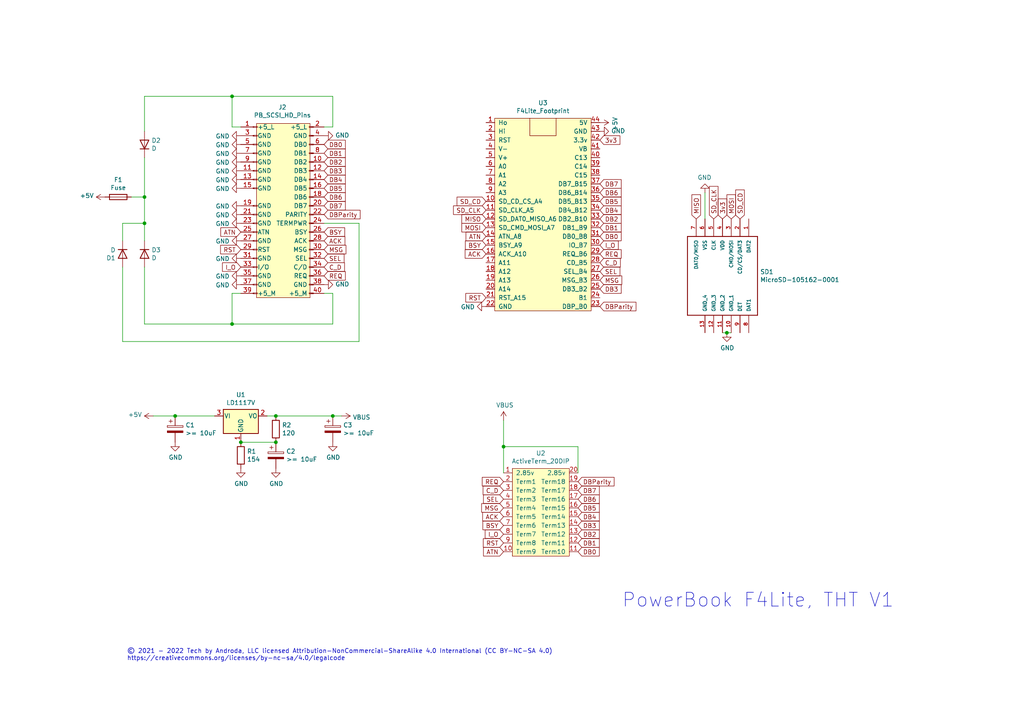
<source format=kicad_sch>
(kicad_sch (version 20211123) (generator eeschema)
  (paper "A4")
  (lib_symbols
    (symbol "Device:CP" (pin_numbers hide) (pin_names (offset 0.254))
      (property "Reference" "C" (at 0.635 2.54 0))
      (property "Value" "Device_CP" (at 0.635 -2.54 0))
      (symbol "CP_0_1"
        (rectangle (start -2.286 0.508) (end 2.286 1.016))
        (polyline (pts (xy -1.778 2.286) (xy -0.762 2.286)))
        (polyline (pts (xy -1.27 2.794) (xy -1.27 1.778)))
        (rectangle (start 2.286 -0.508) (end -2.286 -1.016) (fill (type outline)))
      )
      (symbol "CP_1_1"
        (pin passive line (at 0 3.81 270) (length 2.794) (name "~") (number "1"))
        (pin passive line (at 0 -3.81 90) (length 2.794) (name "~") (number "2"))
      )
    )
    (symbol "Device:D" (pin_numbers hide) (pin_names (offset 1.016) hide)
      (property "Reference" "D" (at 0 2.54 0))
      (property "Value" "D" (at 0 -2.54 0))
      (symbol "D_0_1"
        (polyline (pts (xy -1.27 1.27) (xy -1.27 -1.27)) (stroke (width 0.254)))
        (polyline (pts (xy 1.27 0) (xy -1.27 0)))
        (polyline (pts (xy 1.27 1.27) (xy 1.27 -1.27) (xy -1.27 0) (xy 1.27 1.27)) (stroke (width 0.254)))
      )
      (symbol "D_1_1"
        (pin passive line (at -3.81 0 0) (length 2.54) (name "K") (number "1"))
        (pin passive line (at 3.81 0 180) (length 2.54) (name "A") (number "2"))
      )
    )
    (symbol "Device:Fuse" (pin_numbers hide) (pin_names (offset 0))
      (property "Reference" "F" (at 2.032 0 90))
      (property "Value" "Fuse" (at -1.905 0 90))
      (symbol "Fuse_0_1"
        (rectangle (start -0.762 -2.54) (end 0.762 2.54) (stroke (width 0.254)))
        (polyline (pts (xy 0 2.54) (xy 0 -2.54)))
      )
      (symbol "Fuse_1_1"
        (pin passive line (at 0 3.81 270) (length 1.27) (name "~") (number "1"))
        (pin passive line (at 0 -3.81 90) (length 1.27) (name "~") (number "2"))
      )
    )
    (symbol "Device:R" (pin_numbers hide) (pin_names (offset 0))
      (property "Reference" "R" (at 2.032 0 90))
      (property "Value" "R" (at 0 0 90))
      (symbol "R_0_1"
        (rectangle (start -1.016 -2.54) (end 1.016 2.54) (stroke (width 0.254)))
      )
      (symbol "R_1_1"
        (pin passive line (at 0 3.81 270) (length 1.27) (name "~") (number "1"))
        (pin passive line (at 0 -3.81 90) (length 1.27) (name "~") (number "2"))
      )
    )
    (symbol "Regulator_Linear:LD1117VCD-2.85" (pin_names (offset 0.254))
      (property "Reference" "U" (at -3.81 3.175 0))
      (property "Value" "LD1117VCD-2.85" (at 0 3.175 0))
      (symbol "LD1117VCD-2.85_0_1"
        (rectangle (start -5.08 -5.08) (end 5.08 1.905) (stroke (width 0.254)) (fill (type background)))
      )
      (symbol "LD1117VCD-2.85_1_1"
        (pin power_in line (at 0 -7.62 90) (length 2.54) (name "GND") (number "1"))
        (pin power_out line (at 7.62 0 180) (length 2.54) (name "VO") (number "2"))
        (pin power_in line (at -7.62 0 0) (length 2.54) (name "VI") (number "3"))
      )
    )
    (symbol "custom_symbols:ActiveTerm_20DIP" (pin_names (offset 1.016))
      (property "Reference" "U" (at 0 0 0))
      (property "Value" "custom_symbols_ActiveTerm_20DIP" (at 0 2.54 0))
      (symbol "ActiveTerm_20DIP_0_1"
        (rectangle (start -7.62 -2.54) (end 8.89 -27.94) (fill (type background)))
      )
      (symbol "ActiveTerm_20DIP_1_1"
        (pin input line (at -10.16 -3.81 0) (length 2.54) (name "2.85v") (number "1"))
        (pin input line (at -10.16 -26.67 0) (length 2.54) (name "Term9") (number "10"))
        (pin input line (at 11.43 -26.67 180) (length 2.54) (name "Term10") (number "11"))
        (pin input line (at 11.43 -24.13 180) (length 2.54) (name "Term11") (number "12"))
        (pin input line (at 11.43 -21.59 180) (length 2.54) (name "Term12") (number "13"))
        (pin input line (at 11.43 -19.05 180) (length 2.54) (name "Term13") (number "14"))
        (pin input line (at 11.43 -16.51 180) (length 2.54) (name "Term14") (number "15"))
        (pin input line (at 11.43 -13.97 180) (length 2.54) (name "Term15") (number "16"))
        (pin input line (at 11.43 -11.43 180) (length 2.54) (name "Term16") (number "17"))
        (pin input line (at 11.43 -8.89 180) (length 2.54) (name "Term17") (number "18"))
        (pin input line (at 11.43 -6.35 180) (length 2.54) (name "Term18") (number "19"))
        (pin input line (at -10.16 -6.35 0) (length 2.54) (name "Term1") (number "2"))
        (pin input line (at 11.43 -3.81 180) (length 2.54) (name "2.85v") (number "20"))
        (pin input line (at -10.16 -8.89 0) (length 2.54) (name "Term2") (number "3"))
        (pin input line (at -10.16 -11.43 0) (length 2.54) (name "Term3") (number "4"))
        (pin input line (at -10.16 -13.97 0) (length 2.54) (name "Term4") (number "5"))
        (pin input line (at -10.16 -16.51 0) (length 2.54) (name "Term5") (number "6"))
        (pin input line (at -10.16 -19.05 0) (length 2.54) (name "Term6") (number "7"))
        (pin input line (at -10.16 -21.59 0) (length 2.54) (name "Term7") (number "8"))
        (pin input line (at -10.16 -24.13 0) (length 2.54) (name "Term8") (number "9"))
      )
    )
    (symbol "custom_symbols:F4Lite_Footprint" (pin_names (offset 1.016))
      (property "Reference" "U" (at 0 0 0))
      (property "Value" "custom_symbols_F4Lite_Footprint" (at 0 2.54 0))
      (symbol "F4Lite_Footprint_0_1"
        (rectangle (start -13.97 -3.81) (end 13.97 -59.69) (fill (type background)))
        (polyline (pts (xy -3.81 -3.81) (xy -3.81 -8.89) (xy 3.81 -8.89) (xy 3.81 -3.81)))
      )
      (symbol "F4Lite_Footprint_1_1"
        (pin input line (at -16.51 -5.08 0) (length 2.54) (name "Ho") (number "1"))
        (pin input line (at -16.51 -27.94 0) (length 2.54) (name "SD_CD_CS_A4") (number "10"))
        (pin input line (at -16.51 -30.48 0) (length 2.54) (name "SD_CLK_A5") (number "11"))
        (pin input line (at -16.51 -33.02 0) (length 2.54) (name "SD_DAT0_MISO_A6") (number "12"))
        (pin input line (at -16.51 -35.56 0) (length 2.54) (name "SD_CMD_MOSI_A7") (number "13"))
        (pin input line (at -16.51 -38.1 0) (length 2.54) (name "ATN_A8") (number "14"))
        (pin input line (at -16.51 -40.64 0) (length 2.54) (name "BSY_A9") (number "15"))
        (pin input line (at -16.51 -43.18 0) (length 2.54) (name "ACK_A10") (number "16"))
        (pin input line (at -16.51 -45.72 0) (length 2.54) (name "A11") (number "17"))
        (pin input line (at -16.51 -48.26 0) (length 2.54) (name "A12") (number "18"))
        (pin input line (at -16.51 -50.8 0) (length 2.54) (name "A13") (number "19"))
        (pin input line (at -16.51 -7.62 0) (length 2.54) (name "Hi") (number "2"))
        (pin input line (at -16.51 -53.34 0) (length 2.54) (name "A14") (number "20"))
        (pin input line (at -16.51 -55.88 0) (length 2.54) (name "RST_A15") (number "21"))
        (pin input line (at -16.51 -58.42 0) (length 2.54) (name "GND") (number "22"))
        (pin input line (at 16.51 -58.42 180) (length 2.54) (name "DBP_B0") (number "23"))
        (pin input line (at 16.51 -55.88 180) (length 2.54) (name "B1") (number "24"))
        (pin input line (at 16.51 -53.34 180) (length 2.54) (name "DB3_B2") (number "25"))
        (pin input line (at 16.51 -50.8 180) (length 2.54) (name "MSG_B3") (number "26"))
        (pin input line (at 16.51 -48.26 180) (length 2.54) (name "SEL_B4") (number "27"))
        (pin input line (at 16.51 -45.72 180) (length 2.54) (name "CD_B5") (number "28"))
        (pin input line (at 16.51 -43.18 180) (length 2.54) (name "REQ_B6") (number "29"))
        (pin input line (at -16.51 -10.16 0) (length 2.54) (name "RST") (number "3"))
        (pin input line (at 16.51 -40.64 180) (length 2.54) (name "IO_B7") (number "30"))
        (pin input line (at 16.51 -38.1 180) (length 2.54) (name "DB0_B8") (number "31"))
        (pin input line (at 16.51 -35.56 180) (length 2.54) (name "DB1_B9") (number "32"))
        (pin input line (at 16.51 -33.02 180) (length 2.54) (name "DB2_B10") (number "33"))
        (pin input line (at 16.51 -30.48 180) (length 2.54) (name "DB4_B12") (number "34"))
        (pin input line (at 16.51 -27.94 180) (length 2.54) (name "DB5_B13") (number "35"))
        (pin input line (at 16.51 -25.4 180) (length 2.54) (name "DB6_B14") (number "36"))
        (pin input line (at 16.51 -22.86 180) (length 2.54) (name "DB7_B15") (number "37"))
        (pin input line (at 16.51 -20.32 180) (length 2.54) (name "C15") (number "38"))
        (pin input line (at 16.51 -17.78 180) (length 2.54) (name "C14") (number "39"))
        (pin input line (at -16.51 -12.7 0) (length 2.54) (name "V-") (number "4"))
        (pin input line (at 16.51 -15.24 180) (length 2.54) (name "C13") (number "40"))
        (pin input line (at 16.51 -12.7 180) (length 2.54) (name "VB") (number "41"))
        (pin input line (at 16.51 -10.16 180) (length 2.54) (name "3.3v") (number "42"))
        (pin input line (at 16.51 -7.62 180) (length 2.54) (name "GND") (number "43"))
        (pin input line (at 16.51 -5.08 180) (length 2.54) (name "5V") (number "44"))
        (pin input line (at -16.51 -15.24 0) (length 2.54) (name "V+") (number "5"))
        (pin input line (at -16.51 -17.78 0) (length 2.54) (name "A0") (number "6"))
        (pin input line (at -16.51 -20.32 0) (length 2.54) (name "A1") (number "7"))
        (pin input line (at -16.51 -22.86 0) (length 2.54) (name "A2") (number "8"))
        (pin input line (at -16.51 -25.4 0) (length 2.54) (name "A3") (number "9"))
      )
    )
    (symbol "custom_symbols:MicroSD-105162-0001" (pin_names (offset 1.016))
      (property "Reference" "J" (at 29.21 7.62 0))
      (property "Value" "custom_symbols_MicroSD-105162-0001" (at 29.21 5.08 0))
      (symbol "MicroSD-105162-0001_0_0"
        (polyline (pts (xy 5.08 2.54) (xy 5.08 -17.78)) (stroke (width 0.254)))
        (polyline (pts (xy 5.08 2.54) (xy 27.94 2.54)) (stroke (width 0.254)))
        (polyline (pts (xy 27.94 -17.78) (xy 5.08 -17.78)) (stroke (width 0.254)))
        (polyline (pts (xy 27.94 -17.78) (xy 27.94 2.54)) (stroke (width 0.254)))
        (pin bidirectional line (at 0 0 0) (length 5.08) (name "DAT2") (number "1"))
        (pin bidirectional line (at 33.02 -5.08 180) (length 5.08) (name "GND_1") (number "10"))
        (pin bidirectional line (at 33.02 -7.62 180) (length 5.08) (name "GND_2") (number "11"))
        (pin bidirectional line (at 33.02 -10.16 180) (length 5.08) (name "GND_3") (number "12"))
        (pin bidirectional line (at 33.02 -12.7 180) (length 5.08) (name "GND_4") (number "13"))
        (pin bidirectional line (at 0 -2.54 0) (length 5.08) (name "CD/CS/DAT3") (number "2"))
        (pin bidirectional line (at 0 -5.08 0) (length 5.08) (name "CMD/MOSI") (number "3"))
        (pin bidirectional line (at 0 -7.62 0) (length 5.08) (name "VDD") (number "4"))
        (pin bidirectional line (at 0 -10.16 0) (length 5.08) (name "CLK") (number "5"))
        (pin bidirectional line (at 0 -12.7 0) (length 5.08) (name "VSS") (number "6"))
        (pin bidirectional line (at 0 -15.24 0) (length 5.08) (name "DAT0/MISO") (number "7"))
        (pin bidirectional line (at 33.02 0 180) (length 5.08) (name "DAT1") (number "8"))
        (pin bidirectional line (at 33.02 -2.54 180) (length 5.08) (name "DET") (number "9"))
      )
    )
    (symbol "custom_symbols:PB_SCSI_HD_Pins" (pin_names (offset 1.016))
      (property "Reference" "J" (at -0.508 26.67 0))
      (property "Value" "custom_symbols_PB_SCSI_HD_Pins" (at -0.508 -28.702 0))
      (symbol "PB_SCSI_HD_Pins_0_1"
        (rectangle (start -8.128 -25.4) (end 7.366 25.146) (fill (type background)))
      )
      (symbol "PB_SCSI_HD_Pins_1_1"
        (rectangle (start -9.144 -24.003) (end -7.874 -24.257) (stroke (width 0.1524)))
        (rectangle (start -9.144 -21.463) (end -7.874 -21.717) (stroke (width 0.1524)))
        (rectangle (start -9.144 -18.923) (end -7.874 -19.177) (stroke (width 0.1524)))
        (rectangle (start -9.144 -16.383) (end -7.874 -16.637) (stroke (width 0.1524)))
        (rectangle (start -9.144 -13.843) (end -7.874 -14.097) (stroke (width 0.1524)))
        (rectangle (start -9.144 -11.303) (end -7.874 -11.557) (stroke (width 0.1524)))
        (rectangle (start -9.144 -8.763) (end -7.874 -9.017) (stroke (width 0.1524)))
        (rectangle (start -9.144 -6.223) (end -7.874 -6.477) (stroke (width 0.1524)))
        (rectangle (start -9.144 -3.683) (end -7.874 -3.937) (stroke (width 0.1524)))
        (rectangle (start -9.144 -1.143) (end -7.874 -1.397) (stroke (width 0.1524)))
        (rectangle (start -9.144 1.397) (end -7.874 1.143) (stroke (width 0.1524)))
        (rectangle (start -9.144 6.477) (end -7.874 6.223) (stroke (width 0.1524)))
        (rectangle (start -9.144 9.017) (end -7.874 8.763) (stroke (width 0.1524)))
        (rectangle (start -9.144 11.557) (end -7.874 11.303) (stroke (width 0.1524)))
        (rectangle (start -9.144 14.097) (end -7.874 13.843) (stroke (width 0.1524)))
        (rectangle (start -9.144 16.637) (end -7.874 16.383) (stroke (width 0.1524)))
        (rectangle (start -9.144 19.177) (end -7.874 18.923) (stroke (width 0.1524)))
        (rectangle (start -9.144 21.717) (end -7.874 21.463) (stroke (width 0.1524)))
        (rectangle (start -9.144 24.257) (end -7.874 24.003) (stroke (width 0.1524)))
        (rectangle (start 8.382 -24.003) (end 7.112 -24.257) (stroke (width 0.1524)))
        (rectangle (start 8.382 -21.463) (end 7.112 -21.717) (stroke (width 0.1524)))
        (rectangle (start 8.382 -18.923) (end 7.112 -19.177) (stroke (width 0.1524)))
        (rectangle (start 8.382 -16.383) (end 7.112 -16.637) (stroke (width 0.1524)))
        (rectangle (start 8.382 -13.843) (end 7.112 -14.097) (stroke (width 0.1524)))
        (rectangle (start 8.382 -11.303) (end 7.112 -11.557) (stroke (width 0.1524)))
        (rectangle (start 8.382 -8.763) (end 7.112 -9.017) (stroke (width 0.1524)))
        (rectangle (start 8.382 -6.223) (end 7.112 -6.477) (stroke (width 0.1524)))
        (rectangle (start 8.382 -3.683) (end 7.112 -3.937) (stroke (width 0.1524)))
        (rectangle (start 8.382 -1.143) (end 7.112 -1.397) (stroke (width 0.1524)))
        (rectangle (start 8.382 1.397) (end 7.112 1.143) (stroke (width 0.1524)))
        (rectangle (start 8.382 3.937) (end 7.112 3.683) (stroke (width 0.1524)))
        (rectangle (start 8.382 6.477) (end 7.112 6.223) (stroke (width 0.1524)))
        (rectangle (start 8.382 9.017) (end 7.112 8.763) (stroke (width 0.1524)))
        (rectangle (start 8.382 11.557) (end 7.112 11.303) (stroke (width 0.1524)))
        (rectangle (start 8.382 14.097) (end 7.112 13.843) (stroke (width 0.1524)))
        (rectangle (start 8.382 16.637) (end 7.112 16.383) (stroke (width 0.1524)))
        (rectangle (start 8.382 19.177) (end 7.112 18.923) (stroke (width 0.1524)))
        (rectangle (start 8.382 21.717) (end 7.112 21.463) (stroke (width 0.1524)))
        (rectangle (start 8.382 24.257) (end 7.112 24.003) (stroke (width 0.1524)))
        (pin power_in line (at -12.7 24.13 0) (length 3.81) (name "+5_L") (number "1"))
        (pin passive line (at 11.43 13.97 180) (length 3.81) (name "DB2") (number "10"))
        (pin power_in line (at -12.7 11.43 0) (length 3.81) (name "GND") (number "11"))
        (pin passive line (at 11.43 11.43 180) (length 3.81) (name "DB3") (number "12"))
        (pin power_in line (at -12.7 8.89 0) (length 3.81) (name "GND") (number "13"))
        (pin passive line (at 11.43 8.89 180) (length 3.81) (name "DB4") (number "14"))
        (pin power_in line (at -12.7 6.35 0) (length 3.81) (name "GND") (number "15"))
        (pin passive line (at 11.43 6.35 180) (length 3.81) (name "DB5") (number "16"))
        (pin passive line (at 11.43 3.81 180) (length 3.81) (name "DB6") (number "18"))
        (pin power_in line (at -12.7 1.27 0) (length 3.81) (name "GND") (number "19"))
        (pin power_in line (at 11.43 24.13 180) (length 3.81) (name "+5_L") (number "2"))
        (pin passive line (at 11.43 1.27 180) (length 3.81) (name "DB7") (number "20"))
        (pin power_in line (at -12.7 -1.27 0) (length 3.81) (name "GND") (number "21"))
        (pin passive line (at 11.43 -1.27 180) (length 3.81) (name "PARITY") (number "22"))
        (pin power_in line (at -12.7 -3.81 0) (length 3.81) (name "GND") (number "23"))
        (pin passive line (at 11.43 -3.81 180) (length 3.81) (name "TERMPWR") (number "24"))
        (pin passive line (at -12.7 -6.35 0) (length 3.81) (name "ATN") (number "25"))
        (pin passive line (at 11.43 -6.35 180) (length 3.81) (name "BSY") (number "26"))
        (pin power_in line (at -12.7 -8.89 0) (length 3.81) (name "GND") (number "27"))
        (pin passive line (at 11.43 -8.89 180) (length 3.81) (name "ACK") (number "28"))
        (pin passive line (at -12.7 -11.43 0) (length 3.81) (name "RST") (number "29"))
        (pin power_in line (at -12.7 21.59 0) (length 3.81) (name "GND") (number "3"))
        (pin passive line (at 11.43 -11.43 180) (length 3.81) (name "MSG") (number "30"))
        (pin power_in line (at -12.7 -13.97 0) (length 3.81) (name "GND") (number "31"))
        (pin passive line (at 11.43 -13.97 180) (length 3.81) (name "SEL") (number "32"))
        (pin passive line (at -12.7 -16.51 0) (length 3.81) (name "I/O") (number "33"))
        (pin passive line (at 11.43 -16.51 180) (length 3.81) (name "C/D") (number "34"))
        (pin power_in line (at -12.7 -19.05 0) (length 3.81) (name "GND") (number "35"))
        (pin passive line (at 11.43 -19.05 180) (length 3.81) (name "REQ") (number "36"))
        (pin power_in line (at -12.7 -21.59 0) (length 3.81) (name "GND") (number "37"))
        (pin power_in line (at 11.43 -21.59 180) (length 3.81) (name "GND") (number "38"))
        (pin power_in line (at -12.7 -24.13 0) (length 3.81) (name "+5_M") (number "39"))
        (pin power_in line (at 11.43 21.59 180) (length 3.81) (name "GND") (number "4"))
        (pin power_in line (at 11.43 -24.13 180) (length 3.81) (name "+5_M") (number "40"))
        (pin power_in line (at -12.7 19.05 0) (length 3.81) (name "GND") (number "5"))
        (pin passive line (at 11.43 19.05 180) (length 3.81) (name "DB0") (number "6"))
        (pin power_in line (at -12.7 16.51 0) (length 3.81) (name "GND") (number "7"))
        (pin passive line (at 11.43 16.51 180) (length 3.81) (name "DB1") (number "8"))
        (pin power_in line (at -12.7 13.97 0) (length 3.81) (name "GND") (number "9"))
      )
    )
    (symbol "power:+5V" (power) (pin_names (offset 0))
      (property "Value" "+5V" (at 0 3.556 0))
      (symbol "+5V_0_1"
        (polyline (pts (xy -0.762 1.27) (xy 0 2.54)))
        (polyline (pts (xy 0 0) (xy 0 2.54)))
        (polyline (pts (xy 0 2.54) (xy 0.762 1.27)))
      )
      (symbol "+5V_1_1"
        (pin power_in line (at 0 0 90) (length 0) hide (name "+5V") (number "1"))
      )
    )
    (symbol "power:GND" (power) (pin_names (offset 0))
      (property "Value" "GND" (at 0 -3.81 0))
      (symbol "GND_0_1"
        (polyline (pts (xy 0 0) (xy 0 -1.27) (xy 1.27 -1.27) (xy 0 -2.54) (xy -1.27 -1.27) (xy 0 -1.27)))
      )
      (symbol "GND_1_1"
        (pin power_in line (at 0 0 270) (length 0) hide (name "GND") (number "1"))
      )
    )
    (symbol "power:VBUS" (power) (pin_names (offset 0))
      (property "Value" "VBUS" (at 0 3.81 0))
      (symbol "VBUS_0_1"
        (polyline (pts (xy -0.762 1.27) (xy 0 2.54)))
        (polyline (pts (xy 0 0) (xy 0 2.54)))
        (polyline (pts (xy 0 2.54) (xy 0.762 1.27)))
      )
      (symbol "VBUS_1_1"
        (pin power_in line (at 0 0 90) (length 0) hide (name "VBUS") (number "1"))
      )
    )
  )
  (junction (at 80.01 128.27))
  (junction (at 69.85 128.27))
  (junction (at 67.31 27.94))
  (junction (at 96.52 120.65))
  (junction (at 210.82 96.52))
  (junction (at 67.31 93.98))
  (junction (at 41.91 57.15))
  (junction (at 50.8 120.65))
  (junction (at 41.91 64.77))
  (junction (at 146.05 129.54))
  (junction (at 80.01 120.65))
  (wire (pts (xy 67.31 27.94) (xy 41.91 27.94)))
  (wire (pts (xy 41.91 57.15) (xy 41.91 64.77)))
  (wire (pts (xy 96.52 93.98) (xy 67.31 93.98)))
  (wire (pts (xy 50.8 120.65) (xy 62.23 120.65)))
  (wire (pts (xy 67.31 93.98) (xy 67.31 85.09)))
  (wire (pts (xy 104.14 99.06) (xy 104.14 64.77)))
  (wire (pts (xy 38.1 57.15) (xy 41.91 57.15)))
  (wire (pts (xy 146.05 129.54) (xy 146.05 137.16)))
  (wire (pts (xy 67.31 85.09) (xy 69.85 85.09)))
  (wire (pts (xy 96.52 36.83) (xy 96.52 27.94)))
  (wire (pts (xy 41.91 27.94) (xy 41.91 38.1)))
  (wire (pts (xy 212.09 96.52) (xy 210.82 96.52)))
  (wire (pts (xy 167.64 129.54) (xy 146.05 129.54)))
  (wire (pts (xy 35.56 77.47) (xy 35.56 99.06)))
  (wire (pts (xy 210.82 96.52) (xy 209.55 96.52)))
  (wire (pts (xy 96.52 27.94) (xy 67.31 27.94)))
  (wire (pts (xy 35.56 69.85) (xy 35.56 64.77)))
  (wire (pts (xy 80.01 120.65) (xy 96.52 120.65)))
  (wire (pts (xy 77.47 120.65) (xy 80.01 120.65)))
  (wire (pts (xy 69.85 128.27) (xy 80.01 128.27)))
  (wire (pts (xy 67.31 93.98) (xy 41.91 93.98)))
  (wire (pts (xy 67.31 27.94) (xy 67.31 36.83)))
  (wire (pts (xy 93.98 64.77) (xy 104.14 64.77)))
  (wire (pts (xy 35.56 64.77) (xy 41.91 64.77)))
  (wire (pts (xy 146.05 121.92) (xy 146.05 129.54)))
  (wire (pts (xy 93.98 85.09) (xy 96.52 85.09)))
  (wire (pts (xy 93.98 36.83) (xy 96.52 36.83)))
  (wire (pts (xy 41.91 45.72) (xy 41.91 57.15)))
  (wire (pts (xy 204.47 63.5) (xy 204.47 55.88)))
  (wire (pts (xy 44.45 120.65) (xy 50.8 120.65)))
  (wire (pts (xy 67.31 36.83) (xy 69.85 36.83)))
  (wire (pts (xy 35.56 99.06) (xy 104.14 99.06)))
  (wire (pts (xy 167.64 129.54) (xy 167.64 137.16)))
  (wire (pts (xy 96.52 85.09) (xy 96.52 93.98)))
  (wire (pts (xy 96.52 120.65) (xy 99.06 120.65)))
  (wire (pts (xy 41.91 64.77) (xy 41.91 69.85)))
  (wire (pts (xy 41.91 93.98) (xy 41.91 77.47)))
  (text "© 2021 - 2022 Tech by Androda, LLC licensed Attribution-NonCommercial-ShareAlike 4.0 International (CC BY-NC-SA 4.0)\nhttps://creativecommons.org/licenses/by-nc-sa/4.0/legalcode" (at 36.83 191.77 0) (effects (font (size 1.27 1.27)) (justify left bottom)))
  (text "PowerBook F4Lite, THT V1" (at 180.34 176.53 0) (effects (font (size 4 4)) (justify left bottom)))
  (global_label "SEL" (shape input) (at 146.05 144.78 180) (property "Intersheet References" "${INTERSHEET_REFS}" (effects hide)))
  (global_label "DB0" (shape input) (at 167.64 160.02 0) (property "Intersheet References" "${INTERSHEET_REFS}" (effects hide)))
  (global_label "DB5" (shape input) (at 93.98 54.61 0) (property "Intersheet References" "${INTERSHEET_REFS}" (effects hide)))
  (global_label "ACK" (shape input) (at 146.05 149.86 180) (property "Intersheet References" "${INTERSHEET_REFS}" (effects hide)))
  (global_label "DB4" (shape input) (at 93.98 52.07 0) (property "Intersheet References" "${INTERSHEET_REFS}" (effects hide)))
  (global_label "I_O" (shape input) (at 173.99 71.12 0) (property "Intersheet References" "${INTERSHEET_REFS}" (effects hide)))
  (global_label "DB3" (shape input) (at 173.99 83.82 0) (property "Intersheet References" "${INTERSHEET_REFS}" (effects hide)))
  (global_label "3v3" (shape input) (at 209.55 63.5 90) (property "Intersheet References" "${INTERSHEET_REFS}" (effects hide)))
  (global_label "MISO" (shape input) (at 201.93 63.5 90) (property "Intersheet References" "${INTERSHEET_REFS}" (effects hide)))
  (global_label "DBParity" (shape input) (at 167.64 139.7 0) (property "Intersheet References" "${INTERSHEET_REFS}" (effects hide)))
  (global_label "SD_CD" (shape input) (at 140.97 58.42 180) (property "Intersheet References" "${INTERSHEET_REFS}" (effects hide)))
  (global_label "I_O" (shape input) (at 69.85 77.47 180) (property "Intersheet References" "${INTERSHEET_REFS}" (effects hide)))
  (global_label "MSG" (shape input) (at 93.98 72.39 0) (property "Intersheet References" "${INTERSHEET_REFS}" (effects hide)))
  (global_label "REQ" (shape input) (at 93.98 80.01 0) (property "Intersheet References" "${INTERSHEET_REFS}" (effects hide)))
  (global_label "DB2" (shape input) (at 93.98 46.99 0) (property "Intersheet References" "${INTERSHEET_REFS}" (effects hide)))
  (global_label "DB1" (shape input) (at 93.98 44.45 0) (property "Intersheet References" "${INTERSHEET_REFS}" (effects hide)))
  (global_label "SD_CD" (shape input) (at 214.63 63.5 90) (property "Intersheet References" "${INTERSHEET_REFS}" (effects hide)))
  (global_label "DB1" (shape input) (at 167.64 157.48 0) (property "Intersheet References" "${INTERSHEET_REFS}" (effects hide)))
  (global_label "DB3" (shape input) (at 93.98 49.53 0) (property "Intersheet References" "${INTERSHEET_REFS}" (effects hide)))
  (global_label "RST" (shape input) (at 146.05 157.48 180) (property "Intersheet References" "${INTERSHEET_REFS}" (effects hide)))
  (global_label "DB4" (shape input) (at 173.99 60.96 0) (property "Intersheet References" "${INTERSHEET_REFS}" (effects hide)))
  (global_label "DB6" (shape input) (at 93.98 57.15 0) (property "Intersheet References" "${INTERSHEET_REFS}" (effects hide)))
  (global_label "RST" (shape input) (at 69.85 72.39 180) (property "Intersheet References" "${INTERSHEET_REFS}" (effects hide)))
  (global_label "DB0" (shape input) (at 173.99 68.58 0) (property "Intersheet References" "${INTERSHEET_REFS}" (effects hide)))
  (global_label "DB1" (shape input) (at 173.99 66.04 0) (property "Intersheet References" "${INTERSHEET_REFS}" (effects hide)))
  (global_label "BSY" (shape input) (at 93.98 67.31 0) (property "Intersheet References" "${INTERSHEET_REFS}" (effects hide)))
  (global_label "MISO" (shape input) (at 140.97 63.5 180) (property "Intersheet References" "${INTERSHEET_REFS}" (effects hide)))
  (global_label "REQ" (shape input) (at 146.05 139.7 180) (property "Intersheet References" "${INTERSHEET_REFS}" (effects hide)))
  (global_label "SEL" (shape input) (at 93.98 74.93 0) (property "Intersheet References" "${INTERSHEET_REFS}" (effects hide)))
  (global_label "DB2" (shape input) (at 173.99 63.5 0) (property "Intersheet References" "${INTERSHEET_REFS}" (effects hide)))
  (global_label "ATN" (shape input) (at 140.97 68.58 180) (property "Intersheet References" "${INTERSHEET_REFS}" (effects hide)))
  (global_label "MOSI" (shape input) (at 140.97 66.04 180) (property "Intersheet References" "${INTERSHEET_REFS}" (effects hide)))
  (global_label "C_D" (shape input) (at 173.99 76.2 0) (property "Intersheet References" "${INTERSHEET_REFS}" (effects hide)))
  (global_label "SD_CLK" (shape input) (at 207.01 63.5 90) (property "Intersheet References" "${INTERSHEET_REFS}" (effects hide)))
  (global_label "ACK" (shape input) (at 93.98 69.85 0) (property "Intersheet References" "${INTERSHEET_REFS}" (effects hide)))
  (global_label "BSY" (shape input) (at 140.97 71.12 180) (property "Intersheet References" "${INTERSHEET_REFS}" (effects hide)))
  (global_label "DB5" (shape input) (at 173.99 58.42 0) (property "Intersheet References" "${INTERSHEET_REFS}" (effects hide)))
  (global_label "BSY" (shape input) (at 146.05 152.4 180) (property "Intersheet References" "${INTERSHEET_REFS}" (effects hide)))
  (global_label "ACK" (shape input) (at 140.97 73.66 180) (property "Intersheet References" "${INTERSHEET_REFS}" (effects hide)))
  (global_label "DBParity" (shape input) (at 173.99 88.9 0) (property "Intersheet References" "${INTERSHEET_REFS}" (effects hide)))
  (global_label "DB6" (shape input) (at 167.64 144.78 0) (property "Intersheet References" "${INTERSHEET_REFS}" (effects hide)))
  (global_label "RST" (shape input) (at 140.97 86.36 180) (property "Intersheet References" "${INTERSHEET_REFS}" (effects hide)))
  (global_label "ATN" (shape input) (at 69.85 67.31 180) (property "Intersheet References" "${INTERSHEET_REFS}" (effects hide)))
  (global_label "DB7" (shape input) (at 93.98 59.69 0) (property "Intersheet References" "${INTERSHEET_REFS}" (effects hide)))
  (global_label "ATN" (shape input) (at 146.05 160.02 180) (property "Intersheet References" "${INTERSHEET_REFS}" (effects hide)))
  (global_label "DB5" (shape input) (at 167.64 147.32 0) (property "Intersheet References" "${INTERSHEET_REFS}" (effects hide)))
  (global_label "I_O" (shape input) (at 146.05 154.94 180) (property "Intersheet References" "${INTERSHEET_REFS}" (effects hide)))
  (global_label "C_D" (shape input) (at 146.05 142.24 180) (property "Intersheet References" "${INTERSHEET_REFS}" (effects hide)))
  (global_label "MSG" (shape input) (at 146.05 147.32 180) (property "Intersheet References" "${INTERSHEET_REFS}" (effects hide)))
  (global_label "DB0" (shape input) (at 93.98 41.91 0) (property "Intersheet References" "${INTERSHEET_REFS}" (effects hide)))
  (global_label "C_D" (shape input) (at 93.98 77.47 0) (property "Intersheet References" "${INTERSHEET_REFS}" (effects hide)))
  (global_label "DB7" (shape input) (at 173.99 53.34 0) (property "Intersheet References" "${INTERSHEET_REFS}" (effects hide)))
  (global_label "DBParity" (shape input) (at 93.98 62.23 0) (property "Intersheet References" "${INTERSHEET_REFS}" (effects hide)))
  (global_label "MSG" (shape input) (at 173.99 81.28 0) (property "Intersheet References" "${INTERSHEET_REFS}" (effects hide)))
  (global_label "DB4" (shape input) (at 167.64 149.86 0) (property "Intersheet References" "${INTERSHEET_REFS}" (effects hide)))
  (global_label "SD_CLK" (shape input) (at 140.97 60.96 180) (property "Intersheet References" "${INTERSHEET_REFS}" (effects hide)))
  (global_label "REQ" (shape input) (at 173.99 73.66 0) (property "Intersheet References" "${INTERSHEET_REFS}" (effects hide)))
  (global_label "DB3" (shape input) (at 167.64 152.4 0) (property "Intersheet References" "${INTERSHEET_REFS}" (effects hide)))
  (global_label "SEL" (shape input) (at 173.99 78.74 0) (property "Intersheet References" "${INTERSHEET_REFS}" (effects hide)))
  (global_label "DB6" (shape input) (at 173.99 55.88 0) (property "Intersheet References" "${INTERSHEET_REFS}" (effects hide)))
  (global_label "3v3" (shape input) (at 173.99 40.64 0) (property "Intersheet References" "${INTERSHEET_REFS}" (effects hide)))
  (global_label "MOSI" (shape input) (at 212.09 63.5 90) (property "Intersheet References" "${INTERSHEET_REFS}" (effects hide)))
  (global_label "DB2" (shape input) (at 167.64 154.94 0) (property "Intersheet References" "${INTERSHEET_REFS}" (effects hide)))
  (global_label "DB7" (shape input) (at 167.64 142.24 0) (property "Intersheet References" "${INTERSHEET_REFS}" (effects hide)))
  (symbol (lib_id "power:+5V") (at 173.99 35.56 270) (unit 1)
    (property "Reference" "#PWR033" (effects hide))
    (property "Value" "+5V" (at 178.3842 35.941 0))
  )
  (symbol (lib_id "custom_symbols:PB_SCSI_HD_Pins") (at 82.55 60.96 0) (unit 1)
    (property "Reference" "J2" (at 81.915 31.115 0))
    (property "Value" "PB_SCSI_HD_Pins" (at 81.915 33.4264 0))
    (property "Footprint" "CustomFootprints:PowerBook_SCSI_40Pin_UpsideDown" (effects hide))
  )
  (symbol (lib_id "custom_symbols:MicroSD-105162-0001") (at 217.17 63.5 270) (unit 1)
    (property "Reference" "SD1" (at 220.472 78.8416 90) (effects (justify left)))
    (property "Value" "MicroSD-105162-0001" (at 220.472 81.153 90) (effects (justify left)))
    (property "Footprint" "CustomFootprints:microsd_molex_1051620001" (effects hide))
    (property "MANUFACTURER_PART_NUMBER" "105162-0001" (effects hide))
    (property "HEIGHT" "mm" (effects hide))
    (property "MOUSER_PART_NUMBER" "538-105162-0001" (effects hide))
    (property "DESCRIPTION" "Memory Card Connectors 1.45H MICRO SD HEADER WITH D/C PIN" (effects hide))
    (property "MANUFACTURER_NAME" "Molex" (effects hide))
    (property "MOUSER_PRICE-STOCK" "https://www.mouser.co.uk/ProductDetail/Molex/105162-0001?qs=1fNsfHe5VsK8daqlgKxZfQ%3D%3D" (effects hide))
  )
  (symbol (lib_id "power:GND") (at 204.47 55.88 180) (unit 1)
    (property "Reference" "#PWR0104" (effects hide))
    (property "Value" "GND" (at 204.343 51.4858 0))
  )
  (symbol (lib_id "power:GND") (at 210.82 96.52 0) (unit 1)
    (property "Reference" "#PWR0105" (effects hide))
    (property "Value" "GND" (at 210.947 100.9142 0))
  )
  (symbol (lib_id "power:GND") (at 173.99 38.1 90) (unit 1)
    (property "Reference" "#PWR0101" (effects hide))
    (property "Value" "GND" (at 177.2412 37.973 90) (effects (justify right)))
  )
  (symbol (lib_id "power:GND") (at 140.97 88.9 270) (unit 1)
    (property "Reference" "#PWR0103" (effects hide))
    (property "Value" "GND" (at 137.7188 89.027 90) (effects (justify right)))
  )
  (symbol (lib_id "power:GND") (at 93.98 39.37 90) (unit 1)
    (property "Reference" "#PWR018" (effects hide))
    (property "Value" "GND" (at 97.2312 39.243 90) (effects (justify right)))
  )
  (symbol (lib_id "power:GND") (at 93.98 82.55 90) (unit 1)
    (property "Reference" "#PWR020" (effects hide))
    (property "Value" "GND" (at 97.2312 82.423 90) (effects (justify right)))
  )
  (symbol (lib_id "power:GND") (at 69.85 80.01 270) (unit 1)
    (property "Reference" "#PWR014" (effects hide))
    (property "Value" "GND" (at 66.5988 80.137 90) (effects (justify right)))
  )
  (symbol (lib_id "power:GND") (at 69.85 82.55 270) (unit 1)
    (property "Reference" "#PWR015" (effects hide))
    (property "Value" "GND" (at 66.5988 82.677 90) (effects (justify right)))
  )
  (symbol (lib_id "power:GND") (at 69.85 74.93 270) (unit 1)
    (property "Reference" "#PWR013" (effects hide))
    (property "Value" "GND" (at 66.5988 75.057 90) (effects (justify right)))
  )
  (symbol (lib_id "power:GND") (at 69.85 69.85 270) (unit 1)
    (property "Reference" "#PWR012" (effects hide))
    (property "Value" "GND" (at 66.5988 69.977 90) (effects (justify right)))
  )
  (symbol (lib_id "power:GND") (at 69.85 64.77 270) (unit 1)
    (property "Reference" "#PWR011" (effects hide))
    (property "Value" "GND" (at 66.5988 64.897 90) (effects (justify right)))
  )
  (symbol (lib_id "power:GND") (at 69.85 62.23 270) (unit 1)
    (property "Reference" "#PWR010" (effects hide))
    (property "Value" "GND" (at 66.5988 62.357 90) (effects (justify right)))
  )
  (symbol (lib_id "power:GND") (at 69.85 59.69 270) (unit 1)
    (property "Reference" "#PWR09" (effects hide))
    (property "Value" "GND" (at 66.5988 59.817 90) (effects (justify right)))
  )
  (symbol (lib_id "power:GND") (at 69.85 54.61 270) (unit 1)
    (property "Reference" "#PWR08" (effects hide))
    (property "Value" "GND" (at 66.5988 54.737 90) (effects (justify right)))
  )
  (symbol (lib_id "power:GND") (at 69.85 52.07 270) (unit 1)
    (property "Reference" "#PWR07" (effects hide))
    (property "Value" "GND" (at 66.5988 52.197 90) (effects (justify right)))
  )
  (symbol (lib_id "power:GND") (at 69.85 49.53 270) (unit 1)
    (property "Reference" "#PWR06" (effects hide))
    (property "Value" "GND" (at 66.5988 49.657 90) (effects (justify right)))
  )
  (symbol (lib_id "power:GND") (at 69.85 46.99 270) (unit 1)
    (property "Reference" "#PWR05" (effects hide))
    (property "Value" "GND" (at 66.5988 47.117 90) (effects (justify right)))
  )
  (symbol (lib_id "power:GND") (at 69.85 44.45 270) (unit 1)
    (property "Reference" "#PWR04" (effects hide))
    (property "Value" "GND" (at 66.5988 44.577 90) (effects (justify right)))
  )
  (symbol (lib_id "power:GND") (at 69.85 41.91 270) (unit 1)
    (property "Reference" "#PWR03" (effects hide))
    (property "Value" "GND" (at 66.5988 42.037 90) (effects (justify right)))
  )
  (symbol (lib_id "power:GND") (at 69.85 39.37 270) (unit 1)
    (property "Reference" "#PWR02" (effects hide))
    (property "Value" "GND" (at 66.5988 39.497 90) (effects (justify right)))
  )
  (symbol (lib_id "power:+5V") (at 30.48 57.15 90) (unit 1)
    (property "Reference" "#PWR01" (effects hide))
    (property "Value" "+5V" (at 27.2288 56.769 90) (effects (justify left)))
  )
  (symbol (lib_id "Regulator_Linear:LD1117VCD-2.85") (at 69.85 120.65 0) (unit 1)
    (property "Reference" "U1" (at 69.85 114.5032 0))
    (property "Value" "LD1117V" (at 69.85 116.8146 0))
    (property "Footprint" "Package_TO_SOT_THT:TO-220-3_Horizontal_TabDown" (effects hide))
    (property "Datasheet" "http://www.advanced-monolithic.com/pdf/ds1117.pdf" (effects hide))
  )
  (symbol (lib_id "power:GND") (at 69.85 135.89 0) (unit 1)
    (property "Reference" "#PWR021" (effects hide))
    (property "Value" "GND" (at 69.977 140.2842 0))
  )
  (symbol (lib_id "power:VBUS") (at 99.06 120.65 270) (unit 1)
    (property "Reference" "#PWR023" (effects hide))
    (property "Value" "VBUS" (at 102.3112 121.031 90) (effects (justify left)))
  )
  (symbol (lib_id "custom_symbols:ActiveTerm_20DIP") (at 156.21 133.35 0) (unit 1)
    (property "Reference" "U2" (at 156.845 131.445 0))
    (property "Value" "ActiveTerm_20DIP" (at 156.845 133.7564 0))
    (property "Footprint" "Package_DIP:DIP-20_W7.62mm_Socket" (effects hide))
  )
  (symbol (lib_id "power:+5V") (at 44.45 120.65 90) (unit 1)
    (property "Reference" "#PWR0107" (effects hide))
    (property "Value" "+5V" (at 41.1988 120.269 90) (effects (justify left)))
  )
  (symbol (lib_id "Device:D") (at 35.56 73.66 270) (unit 1)
    (property "Reference" "D1" (at 33.528 74.8284 90) (effects (justify right)))
    (property "Value" "D" (at 33.528 72.517 90) (effects (justify right)))
    (property "Footprint" "Diode_THT:D_A-405_P10.16mm_Horizontal" (effects hide))
  )
  (symbol (lib_id "power:VBUS") (at 146.05 121.92 0) (unit 1)
    (property "Reference" "#PWR0106" (effects hide))
    (property "Value" "VBUS" (at 146.431 117.5258 0))
  )
  (symbol (lib_id "Device:Fuse") (at 34.29 57.15 270) (unit 1)
    (property "Reference" "F1" (at 34.29 52.1462 90))
    (property "Value" "Fuse" (at 34.29 54.4576 90))
    (property "Footprint" "CustomFootprints:Fuse_BelFuse_0ZRE0005FF_L8.3mm_W3.8mm" (effects hide))
  )
  (symbol (lib_id "Device:R") (at 80.01 124.46 0) (unit 1)
    (property "Reference" "R2" (at 81.788 123.2916 0) (effects (justify left)))
    (property "Value" "120" (at 81.788 125.603 0) (effects (justify left)))
    (property "Footprint" "Resistor_THT:R_Axial_DIN0204_L3.6mm_D1.6mm_P5.08mm_Vertical" (effects hide))
  )
  (symbol (lib_id "Device:R") (at 69.85 132.08 0) (unit 1)
    (property "Reference" "R1" (at 71.628 130.9116 0) (effects (justify left)))
    (property "Value" "154" (at 71.628 133.223 0) (effects (justify left)))
    (property "Footprint" "Resistor_THT:R_Axial_DIN0204_L3.6mm_D1.6mm_P7.62mm_Horizontal" (effects hide))
  )
  (symbol (lib_id "power:GND") (at 96.52 128.27 0) (unit 1)
    (property "Reference" "#PWR0108" (effects hide))
    (property "Value" "GND" (at 96.647 132.6642 0))
  )
  (symbol (lib_id "Device:CP") (at 96.52 124.46 0) (unit 1)
    (property "Reference" "C3" (at 99.5172 123.2916 0) (effects (justify left)))
    (property "Value" ">= 10uF" (at 99.5172 125.603 0) (effects (justify left)))
    (property "Footprint" "Capacitor_SMD:C_1206_3216Metric_Pad1.42x1.75mm_HandSolder" (effects hide))
  )
  (symbol (lib_id "power:GND") (at 50.8 128.27 0) (unit 1)
    (property "Reference" "#PWR0109" (effects hide))
    (property "Value" "GND" (at 50.927 132.6642 0))
  )
  (symbol (lib_id "Device:CP") (at 50.8 124.46 0) (unit 1)
    (property "Reference" "C1" (at 53.7972 123.2916 0) (effects (justify left)))
    (property "Value" ">= 10uF" (at 53.7972 125.603 0) (effects (justify left)))
    (property "Footprint" "Capacitor_SMD:C_1206_3216Metric_Pad1.42x1.75mm_HandSolder" (effects hide))
  )
  (symbol (lib_id "power:GND") (at 80.01 135.89 0) (unit 1)
    (property "Reference" "#PWR0110" (effects hide))
    (property "Value" "GND" (at 80.137 140.2842 0))
  )
  (symbol (lib_id "Device:CP") (at 80.01 132.08 0) (unit 1)
    (property "Reference" "C2" (at 83.0072 130.9116 0) (effects (justify left)))
    (property "Value" ">= 10uF" (at 83.0072 133.223 0) (effects (justify left)))
    (property "Footprint" "Capacitor_SMD:C_1206_3216Metric_Pad1.42x1.75mm_HandSolder" (effects hide))
  )
  (symbol (lib_id "Device:D") (at 41.91 41.91 90) (unit 1)
    (property "Reference" "D2" (at 43.942 40.7416 90) (effects (justify right)))
    (property "Value" "D" (at 43.942 43.053 90) (effects (justify right)))
    (property "Footprint" "Diode_THT:D_A-405_P10.16mm_Horizontal" (effects hide))
  )
  (symbol (lib_id "Device:D") (at 41.91 73.66 270) (unit 1)
    (property "Reference" "D3" (at 43.942 72.4916 90) (effects (justify left)))
    (property "Value" "D" (at 43.942 74.803 90) (effects (justify left)))
    (property "Footprint" "Diode_THT:D_A-405_P10.16mm_Horizontal" (effects hide))
  )
  (symbol (lib_id "custom_symbols:F4Lite_Footprint") (at 157.48 30.48 0) (unit 1)
    (property "Reference" "U3" (at 157.48 29.845 0))
    (property "Value" "F4Lite_Footprint" (at 157.48 32.1564 0))
    (property "Footprint" "CustomFootprints:F4Lite_Footprint" (effects hide))
  )
)
</source>
